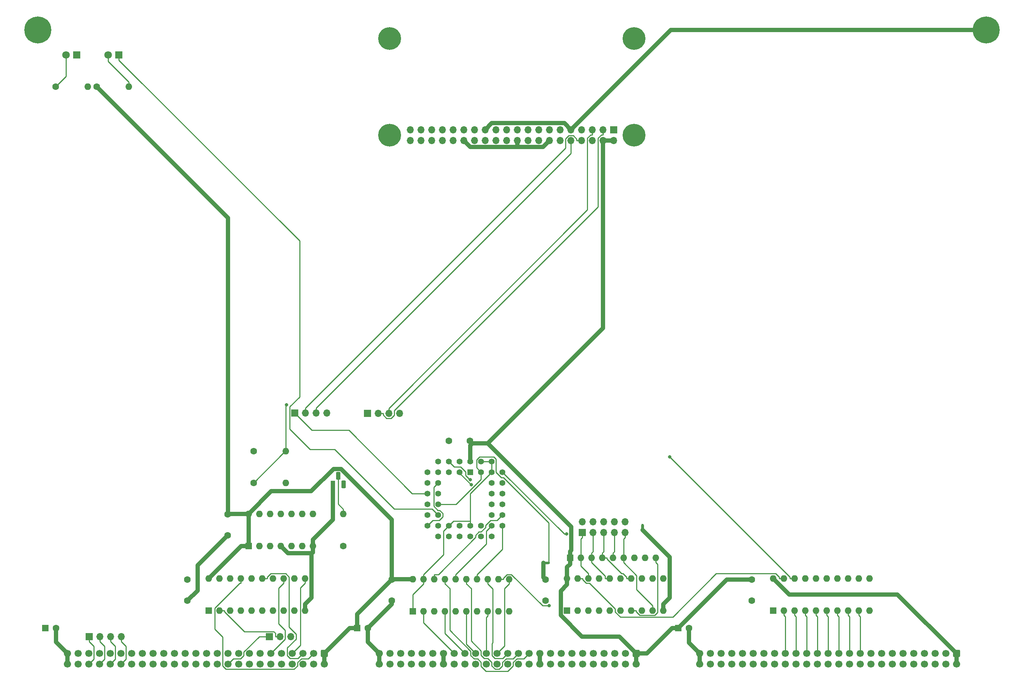
<source format=gbr>
%TF.GenerationSoftware,KiCad,Pcbnew,(6.0.11)*%
%TF.CreationDate,2023-11-26T09:41:01-05:00*%
%TF.ProjectId,input-output.SelfHost,696e7075-742d-46f7-9574-7075742e5365,rev?*%
%TF.SameCoordinates,Original*%
%TF.FileFunction,Copper,L2,Bot*%
%TF.FilePolarity,Positive*%
%FSLAX46Y46*%
G04 Gerber Fmt 4.6, Leading zero omitted, Abs format (unit mm)*
G04 Created by KiCad (PCBNEW (6.0.11)) date 2023-11-26 09:41:01*
%MOMM*%
%LPD*%
G01*
G04 APERTURE LIST*
G04 Aperture macros list*
%AMRoundRect*
0 Rectangle with rounded corners*
0 $1 Rounding radius*
0 $2 $3 $4 $5 $6 $7 $8 $9 X,Y pos of 4 corners*
0 Add a 4 corners polygon primitive as box body*
4,1,4,$2,$3,$4,$5,$6,$7,$8,$9,$2,$3,0*
0 Add four circle primitives for the rounded corners*
1,1,$1+$1,$2,$3*
1,1,$1+$1,$4,$5*
1,1,$1+$1,$6,$7*
1,1,$1+$1,$8,$9*
0 Add four rect primitives between the rounded corners*
20,1,$1+$1,$2,$3,$4,$5,0*
20,1,$1+$1,$4,$5,$6,$7,0*
20,1,$1+$1,$6,$7,$8,$9,0*
20,1,$1+$1,$8,$9,$2,$3,0*%
G04 Aperture macros list end*
%TA.AperFunction,ComponentPad*%
%ADD10C,6.400000*%
%TD*%
%TA.AperFunction,ComponentPad*%
%ADD11RoundRect,0.250000X-0.600000X0.600000X-0.600000X-0.600000X0.600000X-0.600000X0.600000X0.600000X0*%
%TD*%
%TA.AperFunction,ComponentPad*%
%ADD12C,1.700000*%
%TD*%
%TA.AperFunction,ComponentPad*%
%ADD13R,1.700000X1.700000*%
%TD*%
%TA.AperFunction,ComponentPad*%
%ADD14O,1.700000X1.700000*%
%TD*%
%TA.AperFunction,ComponentPad*%
%ADD15C,5.400000*%
%TD*%
%TA.AperFunction,ComponentPad*%
%ADD16C,1.600000*%
%TD*%
%TA.AperFunction,ComponentPad*%
%ADD17O,1.600000X1.600000*%
%TD*%
%TA.AperFunction,ComponentPad*%
%ADD18R,1.600000X1.600000*%
%TD*%
%TA.AperFunction,ComponentPad*%
%ADD19R,1.800000X1.800000*%
%TD*%
%TA.AperFunction,ComponentPad*%
%ADD20C,1.800000*%
%TD*%
%TA.AperFunction,ComponentPad*%
%ADD21C,0.600000*%
%TD*%
%TA.AperFunction,ComponentPad*%
%ADD22R,1.422400X1.422400*%
%TD*%
%TA.AperFunction,ComponentPad*%
%ADD23C,1.422400*%
%TD*%
%TA.AperFunction,ComponentPad*%
%ADD24R,1.100000X1.800000*%
%TD*%
%TA.AperFunction,ComponentPad*%
%ADD25RoundRect,0.275000X-0.275000X-0.625000X0.275000X-0.625000X0.275000X0.625000X-0.275000X0.625000X0*%
%TD*%
%TA.AperFunction,ViaPad*%
%ADD26C,0.800000*%
%TD*%
%TA.AperFunction,Conductor*%
%ADD27C,0.250000*%
%TD*%
%TA.AperFunction,Conductor*%
%ADD28C,1.000000*%
%TD*%
G04 APERTURE END LIST*
%TO.C,NT1*%
G36*
X161200000Y-201800000D02*
G01*
X160000000Y-201800000D01*
X160000000Y-201200000D01*
X161200000Y-201200000D01*
X161200000Y-201800000D01*
G37*
%TO.C,NT2*%
G36*
X183800000Y-193700000D02*
G01*
X183200000Y-193700000D01*
X183200000Y-192500000D01*
X183800000Y-192500000D01*
X183800000Y-193700000D01*
G37*
%TD*%
D10*
%TO.P,H2,1,1*%
%TO.N,GND*%
X265000000Y-75000000D03*
%TD*%
%TO.P,H1,1,1*%
%TO.N,GND*%
X40000000Y-75000000D03*
%TD*%
D11*
%TO.P,P2,1,Pin_1*%
%TO.N,VCC*%
X182000000Y-223000000D03*
D12*
%TO.P,P2,2,Pin_2*%
X182000000Y-225540000D03*
%TO.P,P2,3,Pin_3*%
%TO.N,/bus/A15*%
X179460000Y-223000000D03*
%TO.P,P2,4,Pin_4*%
%TO.N,/bus/A31*%
X179460000Y-225540000D03*
%TO.P,P2,5,Pin_5*%
%TO.N,/bus/A14*%
X176920000Y-223000000D03*
%TO.P,P2,6,Pin_6*%
%TO.N,/bus/A30*%
X176920000Y-225540000D03*
%TO.P,P2,7,Pin_7*%
%TO.N,/bus/A13*%
X174380000Y-223000000D03*
%TO.P,P2,8,Pin_8*%
%TO.N,/bus/A29*%
X174380000Y-225540000D03*
%TO.P,P2,9,Pin_9*%
%TO.N,/bus/A12*%
X171840000Y-223000000D03*
%TO.P,P2,10,Pin_10*%
%TO.N,/bus/A28*%
X171840000Y-225540000D03*
%TO.P,P2,11,Pin_11*%
%TO.N,/bus/A11*%
X169300000Y-223000000D03*
%TO.P,P2,12,Pin_12*%
%TO.N,/bus/A27*%
X169300000Y-225540000D03*
%TO.P,P2,13,Pin_13*%
%TO.N,/bus/A10*%
X166760000Y-223000000D03*
%TO.P,P2,14,Pin_14*%
%TO.N,/bus/A26*%
X166760000Y-225540000D03*
%TO.P,P2,15,Pin_15*%
%TO.N,/bus/A9*%
X164220000Y-223000000D03*
%TO.P,P2,16,Pin_16*%
%TO.N,/bus/A25*%
X164220000Y-225540000D03*
%TO.P,P2,17,Pin_17*%
%TO.N,/bus/A8*%
X161680000Y-223000000D03*
%TO.P,P2,18,Pin_18*%
%TO.N,/bus/A24*%
X161680000Y-225540000D03*
%TO.P,P2,19,Pin_19*%
%TO.N,+12V*%
X159140000Y-223000000D03*
%TO.P,P2,20,Pin_20*%
X159140000Y-225540000D03*
%TO.P,P2,21,Pin_21*%
%TO.N,A7*%
X156600000Y-223000000D03*
%TO.P,P2,22,Pin_22*%
%TO.N,/bus/A23*%
X156600000Y-225540000D03*
%TO.P,P2,23,Pin_23*%
%TO.N,A6*%
X154060000Y-223000000D03*
%TO.P,P2,24,Pin_24*%
%TO.N,/bus/A22*%
X154060000Y-225540000D03*
%TO.P,P2,25,Pin_25*%
%TO.N,A5*%
X151520000Y-223000000D03*
%TO.P,P2,26,Pin_26*%
%TO.N,/bus/A21*%
X151520000Y-225540000D03*
%TO.P,P2,27,Pin_27*%
%TO.N,A4*%
X148980000Y-223000000D03*
%TO.P,P2,28,Pin_28*%
%TO.N,/bus/A20*%
X148980000Y-225540000D03*
%TO.P,P2,29,Pin_29*%
%TO.N,A3*%
X146440000Y-223000000D03*
%TO.P,P2,30,Pin_30*%
%TO.N,/bus/A19*%
X146440000Y-225540000D03*
%TO.P,P2,31,Pin_31*%
%TO.N,A2*%
X143900000Y-223000000D03*
%TO.P,P2,32,Pin_32*%
%TO.N,/bus/A18*%
X143900000Y-225540000D03*
%TO.P,P2,33,Pin_33*%
%TO.N,A1*%
X141360000Y-223000000D03*
%TO.P,P2,34,Pin_34*%
%TO.N,/bus/A17*%
X141360000Y-225540000D03*
%TO.P,P2,35,Pin_35*%
%TO.N,A0*%
X138820000Y-223000000D03*
%TO.P,P2,36,Pin_36*%
%TO.N,/bus/A16*%
X138820000Y-225540000D03*
%TO.P,P2,37,Pin_37*%
%TO.N,-12V*%
X136280000Y-223000000D03*
%TO.P,P2,38,Pin_38*%
X136280000Y-225540000D03*
%TO.P,P2,39,Pin_39*%
%TO.N,/bus/IC3*%
X133740000Y-223000000D03*
%TO.P,P2,40,Pin_40*%
%TO.N,/bus/~{TEND1}*%
X133740000Y-225540000D03*
%TO.P,P2,41,Pin_41*%
%TO.N,/bus/IC2*%
X131200000Y-223000000D03*
%TO.P,P2,42,Pin_42*%
%TO.N,/bus/~{DREQ1}*%
X131200000Y-225540000D03*
%TO.P,P2,43,Pin_43*%
%TO.N,/bus/IC1*%
X128660000Y-223000000D03*
%TO.P,P2,44,Pin_44*%
%TO.N,/bus/~{TEND0}*%
X128660000Y-225540000D03*
%TO.P,P2,45,Pin_45*%
%TO.N,/bus/IC0*%
X126120000Y-223000000D03*
%TO.P,P2,46,Pin_46*%
%TO.N,/bus/~{DREQ0}*%
X126120000Y-225540000D03*
%TO.P,P2,47,Pin_47*%
%TO.N,/bus/AUXCLK1*%
X123580000Y-223000000D03*
%TO.P,P2,48,Pin_48*%
%TO.N,/bus/AUXCLK0*%
X123580000Y-225540000D03*
%TO.P,P2,49,Pin_49*%
%TO.N,GND*%
X121040000Y-223000000D03*
%TO.P,P2,50,Pin_50*%
X121040000Y-225540000D03*
%TD*%
D11*
%TO.P,P3,1,Pin_1*%
%TO.N,VCC*%
X258000000Y-223000000D03*
D12*
%TO.P,P3,2,Pin_2*%
X258000000Y-225540000D03*
%TO.P,P3,3,Pin_3*%
%TO.N,/bus/D15*%
X255460000Y-223000000D03*
%TO.P,P3,4,Pin_4*%
%TO.N,/bus/D31*%
X255460000Y-225540000D03*
%TO.P,P3,5,Pin_5*%
%TO.N,/bus/D14*%
X252920000Y-223000000D03*
%TO.P,P3,6,Pin_6*%
%TO.N,/bus/D30*%
X252920000Y-225540000D03*
%TO.P,P3,7,Pin_7*%
%TO.N,/bus/D13*%
X250380000Y-223000000D03*
%TO.P,P3,8,Pin_8*%
%TO.N,/bus/D29*%
X250380000Y-225540000D03*
%TO.P,P3,9,Pin_9*%
%TO.N,/bus/D12*%
X247840000Y-223000000D03*
%TO.P,P3,10,Pin_10*%
%TO.N,/bus/D28*%
X247840000Y-225540000D03*
%TO.P,P3,11,Pin_11*%
%TO.N,/bus/D11*%
X245300000Y-223000000D03*
%TO.P,P3,12,Pin_12*%
%TO.N,/bus/D27*%
X245300000Y-225540000D03*
%TO.P,P3,13,Pin_13*%
%TO.N,/bus/D10*%
X242760000Y-223000000D03*
%TO.P,P3,14,Pin_14*%
%TO.N,/bus/D26*%
X242760000Y-225540000D03*
%TO.P,P3,15,Pin_15*%
%TO.N,/bus/D9*%
X240220000Y-223000000D03*
%TO.P,P3,16,Pin_16*%
%TO.N,/bus/D25*%
X240220000Y-225540000D03*
%TO.P,P3,17,Pin_17*%
%TO.N,/bus/D8*%
X237680000Y-223000000D03*
%TO.P,P3,18,Pin_18*%
%TO.N,/bus/D24*%
X237680000Y-225540000D03*
%TO.P,P3,19,Pin_19*%
%TO.N,D7*%
X235140000Y-223000000D03*
%TO.P,P3,20,Pin_20*%
%TO.N,/bus/D23*%
X235140000Y-225540000D03*
%TO.P,P3,21,Pin_21*%
%TO.N,D6*%
X232600000Y-223000000D03*
%TO.P,P3,22,Pin_22*%
%TO.N,/bus/D22*%
X232600000Y-225540000D03*
%TO.P,P3,23,Pin_23*%
%TO.N,D5*%
X230060000Y-223000000D03*
%TO.P,P3,24,Pin_24*%
%TO.N,/bus/D21*%
X230060000Y-225540000D03*
%TO.P,P3,25,Pin_25*%
%TO.N,D4*%
X227520000Y-223000000D03*
%TO.P,P3,26,Pin_26*%
%TO.N,/bus/D20*%
X227520000Y-225540000D03*
%TO.P,P3,27,Pin_27*%
%TO.N,D3*%
X224980000Y-223000000D03*
%TO.P,P3,28,Pin_28*%
%TO.N,/bus/D19*%
X224980000Y-225540000D03*
%TO.P,P3,29,Pin_29*%
%TO.N,D2*%
X222440000Y-223000000D03*
%TO.P,P3,30,Pin_30*%
%TO.N,/bus/D18*%
X222440000Y-225540000D03*
%TO.P,P3,31,Pin_31*%
%TO.N,D1*%
X219900000Y-223000000D03*
%TO.P,P3,32,Pin_32*%
%TO.N,/bus/D17*%
X219900000Y-225540000D03*
%TO.P,P3,33,Pin_33*%
%TO.N,D0*%
X217360000Y-223000000D03*
%TO.P,P3,34,Pin_34*%
%TO.N,/bus/D16*%
X217360000Y-225540000D03*
%TO.P,P3,35,Pin_35*%
%TO.N,/bus/~{BUSERR}*%
X214820000Y-223000000D03*
%TO.P,P3,36,Pin_36*%
%TO.N,/bus/UDS*%
X214820000Y-225540000D03*
%TO.P,P3,37,Pin_37*%
%TO.N,/bus/~{VPA}*%
X212280000Y-223000000D03*
%TO.P,P3,38,Pin_38*%
%TO.N,/bus/LDS*%
X212280000Y-225540000D03*
%TO.P,P3,39,Pin_39*%
%TO.N,/bus/~{VMA}*%
X209740000Y-223000000D03*
%TO.P,P3,40,Pin_40*%
%TO.N,/bus/S2*%
X209740000Y-225540000D03*
%TO.P,P3,41,Pin_41*%
%TO.N,/bus/~{BHE}*%
X207200000Y-223000000D03*
%TO.P,P3,42,Pin_42*%
%TO.N,/bus/S1*%
X207200000Y-225540000D03*
%TO.P,P3,43,Pin_43*%
%TO.N,/bus/IPL2*%
X204660000Y-223000000D03*
%TO.P,P3,44,Pin_44*%
%TO.N,/bus/S0*%
X204660000Y-225540000D03*
%TO.P,P3,45,Pin_45*%
%TO.N,/bus/IPL1*%
X202120000Y-223000000D03*
%TO.P,P3,46,Pin_46*%
%TO.N,/bus/AUXCLK3*%
X202120000Y-225540000D03*
%TO.P,P3,47,Pin_47*%
%TO.N,/bus/IPL0*%
X199580000Y-223000000D03*
%TO.P,P3,48,Pin_48*%
%TO.N,/bus/AUXCLK2*%
X199580000Y-225540000D03*
%TO.P,P3,49,Pin_49*%
%TO.N,GND*%
X197040000Y-223000000D03*
%TO.P,P3,50,Pin_50*%
X197040000Y-225540000D03*
%TD*%
D11*
%TO.P,P1,1,Pin_1*%
%TO.N,VCC*%
X108000000Y-223000000D03*
D12*
%TO.P,P1,2,Pin_2*%
X108000000Y-225540000D03*
%TO.P,P1,3,Pin_3*%
%TO.N,~{RD}*%
X105460000Y-223000000D03*
%TO.P,P1,4,Pin_4*%
%TO.N,/bus/E*%
X105460000Y-225540000D03*
%TO.P,P1,5,Pin_5*%
%TO.N,~{WR}*%
X102920000Y-223000000D03*
%TO.P,P1,6,Pin_6*%
%TO.N,/bus/ST*%
X102920000Y-225540000D03*
%TO.P,P1,7,Pin_7*%
%TO.N,~{IORQ}*%
X100380000Y-223000000D03*
%TO.P,P1,8,Pin_8*%
%TO.N,/bus/PHI*%
X100380000Y-225540000D03*
%TO.P,P1,9,Pin_9*%
%TO.N,/bus/~{MREQ}*%
X97840000Y-223000000D03*
%TO.P,P1,10,Pin_10*%
%TO.N,/bus/~{INT2}*%
X97840000Y-225540000D03*
%TO.P,P1,11,Pin_11*%
%TO.N,~{M1}*%
X95300000Y-223000000D03*
%TO.P,P1,12,Pin_12*%
%TO.N,/bus/~{INT1}*%
X95300000Y-225540000D03*
%TO.P,P1,13,Pin_13*%
%TO.N,/bus/~{BUSACK}*%
X92760000Y-223000000D03*
%TO.P,P1,14,Pin_14*%
%TO.N,/bus/CRUCLK*%
X92760000Y-225540000D03*
%TO.P,P1,15,Pin_15*%
%TO.N,/bus/CLK*%
X90220000Y-223000000D03*
%TO.P,P1,16,Pin_16*%
%TO.N,/bus/CRUOUT*%
X90220000Y-225540000D03*
%TO.P,P1,17,Pin_17*%
%TO.N,/bus/~{INT0}*%
X87680000Y-223000000D03*
%TO.P,P1,18,Pin_18*%
%TO.N,/bus/CRUIN*%
X87680000Y-225540000D03*
%TO.P,P1,19,Pin_19*%
%TO.N,/bus/~{NMI}*%
X85140000Y-223000000D03*
%TO.P,P1,20,Pin_20*%
%TO.N,~{RES_IN}*%
X85140000Y-225540000D03*
%TO.P,P1,21,Pin_21*%
%TO.N,~{RES_OUT}*%
X82600000Y-223000000D03*
%TO.P,P1,22,Pin_22*%
%TO.N,/bus/USER8*%
X82600000Y-225540000D03*
%TO.P,P1,23,Pin_23*%
%TO.N,/bus/~{BUSRQ}*%
X80060000Y-223000000D03*
%TO.P,P1,24,Pin_24*%
%TO.N,/bus/USER7*%
X80060000Y-225540000D03*
%TO.P,P1,25,Pin_25*%
%TO.N,/bus/~{WAIT}*%
X77520000Y-223000000D03*
%TO.P,P1,26,Pin_26*%
%TO.N,/bus/USER6*%
X77520000Y-225540000D03*
%TO.P,P1,27,Pin_27*%
%TO.N,/bus/~{HALT}*%
X74980000Y-223000000D03*
%TO.P,P1,28,Pin_28*%
%TO.N,/bus/USER5*%
X74980000Y-225540000D03*
%TO.P,P1,29,Pin_29*%
%TO.N,/bus/~{RFSH}*%
X72440000Y-223000000D03*
%TO.P,P1,30,Pin_30*%
%TO.N,/bus/USER4*%
X72440000Y-225540000D03*
%TO.P,P1,31,Pin_31*%
%TO.N,/bus/~{EIRQ7}*%
X69900000Y-223000000D03*
%TO.P,P1,32,Pin_32*%
%TO.N,/bus/USER3*%
X69900000Y-225540000D03*
%TO.P,P1,33,Pin_33*%
%TO.N,/bus/~{EIRQ6}*%
X67360000Y-223000000D03*
%TO.P,P1,34,Pin_34*%
%TO.N,/bus/USER2*%
X67360000Y-225540000D03*
%TO.P,P1,35,Pin_35*%
%TO.N,/bus/~{EIRQ5}*%
X64820000Y-223000000D03*
%TO.P,P1,36,Pin_36*%
%TO.N,/bus/USER1*%
X64820000Y-225540000D03*
%TO.P,P1,37,Pin_37*%
%TO.N,/bus/~{EIRQ4}*%
X62280000Y-223000000D03*
%TO.P,P1,38,Pin_38*%
%TO.N,/bus/USER0*%
X62280000Y-225540000D03*
%TO.P,P1,39,Pin_39*%
%TO.N,/bus/~{EIRQ3}*%
X59740000Y-223000000D03*
%TO.P,P1,40,Pin_40*%
%TO.N,~{BAI}*%
X59740000Y-225540000D03*
%TO.P,P1,41,Pin_41*%
%TO.N,/bus/~{EIRQ2}*%
X57200000Y-223000000D03*
%TO.P,P1,42,Pin_42*%
%TO.N,~{BAO}*%
X57200000Y-225540000D03*
%TO.P,P1,43,Pin_43*%
%TO.N,/bus/~{EIRQ1}*%
X54660000Y-223000000D03*
%TO.P,P1,44,Pin_44*%
%TO.N,~{IEI}*%
X54660000Y-225540000D03*
%TO.P,P1,45,Pin_45*%
%TO.N,/bus/~{EIRQ0}*%
X52120000Y-223000000D03*
%TO.P,P1,46,Pin_46*%
%TO.N,~{IEO}*%
X52120000Y-225540000D03*
%TO.P,P1,47,Pin_47*%
%TO.N,I2C_SCL*%
X49580000Y-223000000D03*
%TO.P,P1,48,Pin_48*%
%TO.N,I2C_SDA*%
X49580000Y-225540000D03*
%TO.P,P1,49,Pin_49*%
%TO.N,GND*%
X47040000Y-223000000D03*
%TO.P,P1,50,Pin_50*%
X47040000Y-225540000D03*
%TD*%
D13*
%TO.P,J1,1,Pin_1*%
%TO.N,unconnected-(J1-Pad1)*%
X176650000Y-98700000D03*
D14*
%TO.P,J1,2,Pin_2*%
%TO.N,VCC*%
X176650000Y-101240000D03*
%TO.P,J1,3,Pin_3*%
%TO.N,Net-(J1-Pad3)*%
X174110000Y-98700000D03*
%TO.P,J1,4,Pin_4*%
%TO.N,VCC*%
X174110000Y-101240000D03*
%TO.P,J1,5,Pin_5*%
%TO.N,Net-(J1-Pad5)*%
X171570000Y-98700000D03*
%TO.P,J1,6,Pin_6*%
%TO.N,GND*%
X171570000Y-101240000D03*
%TO.P,J1,7,Pin_7*%
%TO.N,unconnected-(J1-Pad7)*%
X169030000Y-98700000D03*
%TO.P,J1,8,Pin_8*%
%TO.N,Net-(J1-Pad8)*%
X169030000Y-101240000D03*
%TO.P,J1,9,Pin_9*%
%TO.N,GND*%
X166490000Y-98700000D03*
%TO.P,J1,10,Pin_10*%
%TO.N,Net-(J1-Pad10)*%
X166490000Y-101240000D03*
%TO.P,J1,11,Pin_11*%
%TO.N,unconnected-(J1-Pad11)*%
X163950000Y-98700000D03*
%TO.P,J1,12,Pin_12*%
%TO.N,unconnected-(J1-Pad12)*%
X163950000Y-101240000D03*
%TO.P,J1,13,Pin_13*%
%TO.N,unconnected-(J1-Pad13)*%
X161410000Y-98700000D03*
%TO.P,J1,14,Pin_14*%
%TO.N,GND*%
X161410000Y-101240000D03*
%TO.P,J1,15,Pin_15*%
%TO.N,unconnected-(J1-Pad15)*%
X158870000Y-98700000D03*
%TO.P,J1,16,Pin_16*%
%TO.N,unconnected-(J1-Pad16)*%
X158870000Y-101240000D03*
%TO.P,J1,17,Pin_17*%
%TO.N,unconnected-(J1-Pad17)*%
X156330000Y-98700000D03*
%TO.P,J1,18,Pin_18*%
%TO.N,unconnected-(J1-Pad18)*%
X156330000Y-101240000D03*
%TO.P,J1,19,Pin_19*%
%TO.N,unconnected-(J1-Pad19)*%
X153790000Y-98700000D03*
%TO.P,J1,20,Pin_20*%
%TO.N,GND*%
X153790000Y-101240000D03*
%TO.P,J1,21,Pin_21*%
%TO.N,unconnected-(J1-Pad21)*%
X151250000Y-98700000D03*
%TO.P,J1,22,Pin_22*%
%TO.N,unconnected-(J1-Pad22)*%
X151250000Y-101240000D03*
%TO.P,J1,23,Pin_23*%
%TO.N,unconnected-(J1-Pad23)*%
X148710000Y-98700000D03*
%TO.P,J1,24,Pin_24*%
%TO.N,unconnected-(J1-Pad24)*%
X148710000Y-101240000D03*
%TO.P,J1,25,Pin_25*%
%TO.N,GND*%
X146170000Y-98700000D03*
%TO.P,J1,26,Pin_26*%
%TO.N,unconnected-(J1-Pad26)*%
X146170000Y-101240000D03*
%TO.P,J1,27,Pin_27*%
%TO.N,unconnected-(J1-Pad27)*%
X143630000Y-98700000D03*
%TO.P,J1,28,Pin_28*%
%TO.N,unconnected-(J1-Pad28)*%
X143630000Y-101240000D03*
%TO.P,J1,29,Pin_29*%
%TO.N,unconnected-(J1-Pad29)*%
X141090000Y-98700000D03*
%TO.P,J1,30,Pin_30*%
%TO.N,GND*%
X141090000Y-101240000D03*
%TO.P,J1,31,Pin_31*%
%TO.N,unconnected-(J1-Pad31)*%
X138550000Y-98700000D03*
%TO.P,J1,32,Pin_32*%
%TO.N,unconnected-(J1-Pad32)*%
X138550000Y-101240000D03*
%TO.P,J1,33,Pin_33*%
%TO.N,unconnected-(J1-Pad33)*%
X136010000Y-98700000D03*
%TO.P,J1,34,Pin_34*%
%TO.N,GND*%
X136010000Y-101240000D03*
%TO.P,J1,35,Pin_35*%
%TO.N,unconnected-(J1-Pad35)*%
X133470000Y-98700000D03*
%TO.P,J1,36,Pin_36*%
%TO.N,unconnected-(J1-Pad36)*%
X133470000Y-101240000D03*
%TO.P,J1,37,Pin_37*%
%TO.N,unconnected-(J1-Pad37)*%
X130930000Y-98700000D03*
%TO.P,J1,38,Pin_38*%
%TO.N,unconnected-(J1-Pad38)*%
X130930000Y-101240000D03*
%TO.P,J1,39,Pin_39*%
%TO.N,GND*%
X128390000Y-98700000D03*
%TO.P,J1,40,Pin_40*%
%TO.N,unconnected-(J1-Pad40)*%
X128390000Y-101240000D03*
D15*
%TO.P,J1,41,MH*%
%TO.N,unconnected-(J1-Pad41)*%
X181500000Y-100000000D03*
%TO.P,J1,42,MH*%
%TO.N,unconnected-(J1-Pad42)*%
X123500000Y-100000000D03*
%TO.P,J1,43,MH*%
%TO.N,unconnected-(J1-Pad43)*%
X181500000Y-77000000D03*
%TO.P,J1,44,MH*%
%TO.N,unconnected-(J1-Pad44)*%
X123500000Y-77000000D03*
%TD*%
D16*
%TO.P,R2,1*%
%TO.N,/UART/TX*%
X91190000Y-175000000D03*
D17*
%TO.P,R2,2*%
%TO.N,TX-3.3*%
X98810000Y-175000000D03*
%TD*%
D18*
%TO.P,C22,1*%
%TO.N,VCC*%
X115794900Y-217000000D03*
D16*
%TO.P,C22,2*%
%TO.N,GND*%
X118294900Y-217000000D03*
%TD*%
%TO.P,C10,1*%
%TO.N,VCC*%
X142500000Y-172500000D03*
%TO.P,C10,2*%
%TO.N,GND*%
X137500000Y-172500000D03*
%TD*%
D13*
%TO.P,J2,1,Pin_1*%
%TO.N,I2C_SDA*%
X118200000Y-166000000D03*
D14*
%TO.P,J2,2,Pin_2*%
%TO.N,Net-(J1-Pad3)*%
X120740000Y-166000000D03*
%TO.P,J2,3,Pin_3*%
%TO.N,Net-(J1-Pad5)*%
X123280000Y-166000000D03*
%TO.P,J2,4,Pin_4*%
%TO.N,I2C_SCL*%
X125820000Y-166000000D03*
%TD*%
D19*
%TO.P,D1,1,K*%
%TO.N,GND*%
X49250000Y-80950000D03*
D20*
%TO.P,D1,2,A*%
%TO.N,Net-(D1-Pad2)*%
X46710000Y-80950000D03*
%TD*%
D16*
%TO.P,C14,1*%
%TO.N,VCC*%
X160500000Y-205500000D03*
%TO.P,C14,2*%
%TO.N,GND*%
X160500000Y-210500000D03*
%TD*%
D18*
%TO.P,C20,1*%
%TO.N,VCC*%
X192000000Y-217000000D03*
D16*
%TO.P,C20,2*%
%TO.N,GND*%
X194500000Y-217000000D03*
%TD*%
D18*
%TO.P,U21,1,G*%
%TO.N,~{bIORQ}*%
X165575000Y-212800000D03*
D17*
%TO.P,U21,2,P0*%
%TO.N,~{bM1}*%
X168115000Y-212800000D03*
%TO.P,U21,3,R0*%
%TO.N,Net-(RN1-Pad9)*%
X170655000Y-212800000D03*
%TO.P,U21,4,P1*%
X173195000Y-212800000D03*
%TO.P,U21,5,R1*%
X175735000Y-212800000D03*
%TO.P,U21,6,P2*%
X178275000Y-212800000D03*
%TO.P,U21,7,R2*%
X180815000Y-212800000D03*
%TO.P,U21,8,P3*%
%TO.N,bA3*%
X183355000Y-212800000D03*
%TO.P,U21,9,R3*%
%TO.N,Net-(RN1-Pad6)*%
X185895000Y-212800000D03*
%TO.P,U21,10,GND*%
%TO.N,GND*%
X188435000Y-212800000D03*
%TO.P,U21,11,P4*%
%TO.N,bA4*%
X188435000Y-205180000D03*
%TO.P,U21,12,R4*%
%TO.N,Net-(RN1-Pad5)*%
X185895000Y-205180000D03*
%TO.P,U21,13,P5*%
%TO.N,bA5*%
X183355000Y-205180000D03*
%TO.P,U21,14,R5*%
%TO.N,Net-(RN1-Pad4)*%
X180815000Y-205180000D03*
%TO.P,U21,15,P6*%
%TO.N,bA6*%
X178275000Y-205180000D03*
%TO.P,U21,16,R6*%
%TO.N,Net-(RN1-Pad3)*%
X175735000Y-205180000D03*
%TO.P,U21,17,P7*%
%TO.N,bA7*%
X173195000Y-205180000D03*
%TO.P,U21,18,R7*%
%TO.N,Net-(RN1-Pad2)*%
X170655000Y-205180000D03*
%TO.P,U21,19,P=R*%
%TO.N,~{CS-UART}*%
X168115000Y-205180000D03*
%TO.P,U21,20,VCC*%
%TO.N,VCC*%
X165575000Y-205180000D03*
%TD*%
D16*
%TO.P,C9,1*%
%TO.N,VCC*%
X85000000Y-190000000D03*
%TO.P,C9,2*%
%TO.N,GND*%
X85000000Y-195000000D03*
%TD*%
D13*
%TO.P,J9,1,Pin_1*%
%TO.N,~{RES_IN}*%
X94975000Y-219000000D03*
D14*
%TO.P,J9,2,Pin_2*%
%TO.N,Net-(J9-Pad2)*%
X97515000Y-219000000D03*
%TO.P,J9,3,Pin_3*%
%TO.N,~{RES_OUT}*%
X100055000Y-219000000D03*
%TD*%
D16*
%TO.P,R1,1*%
%TO.N,Net-(D1-Pad2)*%
X44190000Y-88500000D03*
D17*
%TO.P,R1,2*%
%TO.N,VCC*%
X51810000Y-88500000D03*
%TD*%
D18*
%TO.P,U14,1,A->B*%
%TO.N,~{RD}*%
X214500000Y-212800000D03*
D17*
%TO.P,U14,2,A0*%
%TO.N,D0*%
X217040000Y-212800000D03*
%TO.P,U14,3,A1*%
%TO.N,D1*%
X219580000Y-212800000D03*
%TO.P,U14,4,A2*%
%TO.N,D2*%
X222120000Y-212800000D03*
%TO.P,U14,5,A3*%
%TO.N,D3*%
X224660000Y-212800000D03*
%TO.P,U14,6,A4*%
%TO.N,D4*%
X227200000Y-212800000D03*
%TO.P,U14,7,A5*%
%TO.N,D5*%
X229740000Y-212800000D03*
%TO.P,U14,8,A6*%
%TO.N,D6*%
X232280000Y-212800000D03*
%TO.P,U14,9,A7*%
%TO.N,D7*%
X234820000Y-212800000D03*
%TO.P,U14,10,GND*%
%TO.N,GND*%
X237360000Y-212800000D03*
%TO.P,U14,11,B7*%
%TO.N,bD7*%
X237360000Y-205180000D03*
%TO.P,U14,12,B6*%
%TO.N,bD6*%
X234820000Y-205180000D03*
%TO.P,U14,13,B5*%
%TO.N,bD5*%
X232280000Y-205180000D03*
%TO.P,U14,14,B4*%
%TO.N,bD4*%
X229740000Y-205180000D03*
%TO.P,U14,15,B3*%
%TO.N,bD3*%
X227200000Y-205180000D03*
%TO.P,U14,16,B2*%
%TO.N,bD2*%
X224660000Y-205180000D03*
%TO.P,U14,17,B1*%
%TO.N,bD1*%
X222120000Y-205180000D03*
%TO.P,U14,18,B0*%
%TO.N,bD0*%
X219580000Y-205180000D03*
%TO.P,U14,19,CE*%
%TO.N,~{CS-UART}*%
X217040000Y-205180000D03*
%TO.P,U14,20,VCC*%
%TO.N,VCC*%
X214500000Y-205180000D03*
%TD*%
D16*
%TO.P,R4,1*%
%TO.N,~{bRESET}*%
X112500000Y-197500000D03*
D17*
%TO.P,R4,2*%
%TO.N,Net-(Q1-Pad2)*%
X112500000Y-189880000D03*
%TD*%
D18*
%TO.P,C21,1*%
%TO.N,VCC*%
X41794900Y-217000000D03*
D16*
%TO.P,C21,2*%
%TO.N,GND*%
X44294900Y-217000000D03*
%TD*%
%TO.P,R5,1*%
%TO.N,VCC*%
X54000000Y-88500000D03*
D17*
%TO.P,R5,2*%
%TO.N,Net-(D2-Pad2)*%
X61620000Y-88500000D03*
%TD*%
D16*
%TO.P,C12,1*%
%TO.N,VCC*%
X124000000Y-205500000D03*
%TO.P,C12,2*%
%TO.N,GND*%
X124000000Y-210500000D03*
%TD*%
D21*
%TO.P,NT1,1,1*%
%TO.N,VCC*%
X160000000Y-201500000D03*
%TO.P,NT1,2,2*%
%TO.N,ONE*%
X161200000Y-201500000D03*
%TD*%
D13*
%TO.P,P4,1,Pin_1*%
%TO.N,~{IEO}*%
X52200000Y-219000000D03*
D14*
%TO.P,P4,2,Pin_2*%
%TO.N,~{IEI}*%
X54740000Y-219000000D03*
%TO.P,P4,3,Pin_3*%
%TO.N,~{BAO}*%
X57280000Y-219000000D03*
%TO.P,P4,4,Pin_4*%
%TO.N,~{BAI}*%
X59820000Y-219000000D03*
%TD*%
D16*
%TO.P,R3,1*%
%TO.N,TX-3.3*%
X91190000Y-182500000D03*
D17*
%TO.P,R3,2*%
%TO.N,GND*%
X98810000Y-182500000D03*
%TD*%
D13*
%TO.P,SW1,1,Pin_1*%
%TO.N,Net-(RN1-Pad2)*%
X169200000Y-194275000D03*
D14*
%TO.P,SW1,2,Pin_2*%
%TO.N,ZERO*%
X169200000Y-191735000D03*
%TO.P,SW1,3,Pin_3*%
%TO.N,Net-(RN1-Pad3)*%
X171740000Y-194275000D03*
%TO.P,SW1,4,Pin_4*%
%TO.N,ZERO*%
X171740000Y-191735000D03*
%TO.P,SW1,5,Pin_5*%
%TO.N,Net-(RN1-Pad4)*%
X174280000Y-194275000D03*
%TO.P,SW1,6,Pin_6*%
%TO.N,ZERO*%
X174280000Y-191735000D03*
%TO.P,SW1,7,Pin_7*%
%TO.N,Net-(RN1-Pad5)*%
X176820000Y-194275000D03*
%TO.P,SW1,8,Pin_8*%
%TO.N,ZERO*%
X176820000Y-191735000D03*
%TO.P,SW1,9,Pin_9*%
%TO.N,Net-(RN1-Pad6)*%
X179360000Y-194275000D03*
%TO.P,SW1,10,Pin_10*%
%TO.N,ZERO*%
X179360000Y-191735000D03*
%TD*%
D16*
%TO.P,C17,1*%
%TO.N,VCC*%
X75500000Y-205500000D03*
%TO.P,C17,2*%
%TO.N,GND*%
X75500000Y-210500000D03*
%TD*%
D21*
%TO.P,NT2,1,1*%
%TO.N,GND*%
X183500000Y-193700000D03*
%TO.P,NT2,2,2*%
%TO.N,ZERO*%
X183500000Y-192500000D03*
%TD*%
D18*
%TO.P,U2,1,Pin_1*%
%TO.N,VCC*%
X90000000Y-197500000D03*
D17*
%TO.P,U2,2,Pin_2*%
%TO.N,unconnected-(U2-Pad2)*%
X92540000Y-197500000D03*
%TO.P,U2,3,Pin_3*%
%TO.N,unconnected-(U2-Pad3)*%
X95080000Y-197500000D03*
%TO.P,U2,4,Pin_4*%
%TO.N,GND*%
X97620000Y-197500000D03*
%TO.P,U2,5,Pin_5*%
%TO.N,unconnected-(U2-Pad5)*%
X100160000Y-197500000D03*
%TO.P,U2,6,Pin_6*%
%TO.N,unconnected-(U2-Pad6)*%
X102700000Y-197500000D03*
%TO.P,U2,7,Pin_7*%
%TO.N,GND*%
X105240000Y-197500000D03*
%TO.P,U2,8,Pin_8*%
%TO.N,UART-CLK*%
X105240000Y-189880000D03*
%TO.P,U2,9,Pin_9*%
%TO.N,unconnected-(U2-Pad9)*%
X102700000Y-189880000D03*
%TO.P,U2,10,Pin_10*%
%TO.N,unconnected-(U2-Pad10)*%
X100160000Y-189880000D03*
%TO.P,U2,11,Pin_11*%
%TO.N,UART-CLK*%
X97620000Y-189880000D03*
%TO.P,U2,12,Pin_12*%
%TO.N,unconnected-(U2-Pad12)*%
X95080000Y-189880000D03*
%TO.P,U2,13,Pin_13*%
%TO.N,unconnected-(U2-Pad13)*%
X92540000Y-189880000D03*
%TO.P,U2,14,Pin_14*%
%TO.N,VCC*%
X90000000Y-189880000D03*
%TD*%
D18*
%TO.P,U13,1,OEa*%
%TO.N,ZERO*%
X129000000Y-213000000D03*
D17*
%TO.P,U13,2,I0a*%
%TO.N,A0*%
X131540000Y-213000000D03*
%TO.P,U13,3,O3b*%
%TO.N,bA7*%
X134080000Y-213000000D03*
%TO.P,U13,4,I1a*%
%TO.N,A1*%
X136620000Y-213000000D03*
%TO.P,U13,5,O2b*%
%TO.N,bA6*%
X139160000Y-213000000D03*
%TO.P,U13,6,I2a*%
%TO.N,A2*%
X141700000Y-213000000D03*
%TO.P,U13,7,O1b*%
%TO.N,bA5*%
X144240000Y-213000000D03*
%TO.P,U13,8,I3a*%
%TO.N,A3*%
X146780000Y-213000000D03*
%TO.P,U13,9,O0b*%
%TO.N,bA4*%
X149320000Y-213000000D03*
%TO.P,U13,10,GND*%
%TO.N,GND*%
X151860000Y-213000000D03*
%TO.P,U13,11,I0b*%
%TO.N,A4*%
X151860000Y-205380000D03*
%TO.P,U13,12,O3a*%
%TO.N,bA3*%
X149320000Y-205380000D03*
%TO.P,U13,13,I1b*%
%TO.N,A5*%
X146780000Y-205380000D03*
%TO.P,U13,14,O2a*%
%TO.N,bA2*%
X144240000Y-205380000D03*
%TO.P,U13,15,I2b*%
%TO.N,A6*%
X141700000Y-205380000D03*
%TO.P,U13,16,O1a*%
%TO.N,bA1*%
X139160000Y-205380000D03*
%TO.P,U13,17,I3b*%
%TO.N,A7*%
X136620000Y-205380000D03*
%TO.P,U13,18,O0a*%
%TO.N,bA0*%
X134080000Y-205380000D03*
%TO.P,U13,19,OEb*%
%TO.N,ZERO*%
X131540000Y-205380000D03*
%TO.P,U13,20,VCC*%
%TO.N,VCC*%
X129000000Y-205380000D03*
%TD*%
D13*
%TO.P,J3,1,Pin_1*%
%TO.N,RX-3.3*%
X100920000Y-165930000D03*
D14*
%TO.P,J3,2,Pin_2*%
%TO.N,Net-(J1-Pad8)*%
X103460000Y-165930000D03*
%TO.P,J3,3,Pin_3*%
%TO.N,Net-(J1-Pad10)*%
X106000000Y-165930000D03*
%TO.P,J3,4,Pin_4*%
%TO.N,TX-3.3*%
X108540000Y-165930000D03*
%TD*%
D18*
%TO.P,U15,1,OEa*%
%TO.N,ZERO*%
X80575000Y-212800000D03*
D17*
%TO.P,U15,2,I0a*%
%TO.N,Net-(J9-Pad2)*%
X83115000Y-212800000D03*
%TO.P,U15,3,O3b*%
%TO.N,~{bRD}*%
X85655000Y-212800000D03*
%TO.P,U15,4,I1a*%
%TO.N,unconnected-(U15-Pad4)*%
X88195000Y-212800000D03*
%TO.P,U15,5,O2b*%
%TO.N,~{bWR}*%
X90735000Y-212800000D03*
%TO.P,U15,6,I2a*%
%TO.N,unconnected-(U15-Pad6)*%
X93275000Y-212800000D03*
%TO.P,U15,7,O1b*%
%TO.N,~{bM1}*%
X95815000Y-212800000D03*
%TO.P,U15,8,I3a*%
%TO.N,unconnected-(U15-Pad8)*%
X98355000Y-212800000D03*
%TO.P,U15,9,O0b*%
%TO.N,~{bIORQ}*%
X100895000Y-212800000D03*
%TO.P,U15,10,GND*%
%TO.N,GND*%
X103435000Y-212800000D03*
%TO.P,U15,11,I0b*%
%TO.N,~{IORQ}*%
X103435000Y-205180000D03*
%TO.P,U15,12,O3a*%
%TO.N,unconnected-(U15-Pad12)*%
X100895000Y-205180000D03*
%TO.P,U15,13,I1b*%
%TO.N,~{M1}*%
X98355000Y-205180000D03*
%TO.P,U15,14,O2a*%
%TO.N,unconnected-(U15-Pad14)*%
X95815000Y-205180000D03*
%TO.P,U15,15,I2b*%
%TO.N,~{WR}*%
X93275000Y-205180000D03*
%TO.P,U15,16,O1a*%
%TO.N,unconnected-(U15-Pad16)*%
X90735000Y-205180000D03*
%TO.P,U15,17,I3b*%
%TO.N,~{RD}*%
X88195000Y-205180000D03*
%TO.P,U15,18,O0a*%
%TO.N,~{bRESET}*%
X85655000Y-205180000D03*
%TO.P,U15,19,OEb*%
%TO.N,ZERO*%
X83115000Y-205180000D03*
%TO.P,U15,20,VCC*%
%TO.N,VCC*%
X80575000Y-205180000D03*
%TD*%
D16*
%TO.P,C5,1*%
%TO.N,VCC*%
X209425000Y-205500000D03*
%TO.P,C5,2*%
%TO.N,GND*%
X209425000Y-210500000D03*
%TD*%
D22*
%TO.P,U3,1,nc*%
%TO.N,unconnected-(U3-Pad1)*%
X142620000Y-179960000D03*
D23*
%TO.P,U3,2,D0*%
%TO.N,bD0*%
X140080000Y-177420000D03*
%TO.P,U3,3,D1*%
%TO.N,bD1*%
X140080000Y-179960000D03*
%TO.P,U3,4,D2*%
%TO.N,bD2*%
X137540000Y-177420000D03*
%TO.P,U3,5,D3*%
%TO.N,bD3*%
X137540000Y-179960000D03*
%TO.P,U3,6,D4*%
%TO.N,bD4*%
X135000000Y-177420000D03*
%TO.P,U3,7,D5*%
%TO.N,bD5*%
X132460000Y-179960000D03*
%TO.P,U3,8,D6*%
%TO.N,bD6*%
X135000000Y-179960000D03*
%TO.P,U3,9,D7*%
%TO.N,bD7*%
X132460000Y-182500000D03*
%TO.P,U3,10,RCLK*%
%TO.N,Net-(U3-Pad10)*%
X135000000Y-182500000D03*
%TO.P,U3,11,SIN*%
%TO.N,RX-3.3*%
X132460000Y-185040000D03*
%TO.P,U3,12,nc*%
%TO.N,unconnected-(U3-Pad12)*%
X135000000Y-185040000D03*
%TO.P,U3,13,SOUT*%
%TO.N,/UART/TX*%
X132460000Y-187580000D03*
%TO.P,U3,14,CS0*%
%TO.N,ONE*%
X135000000Y-187580000D03*
%TO.P,U3,15,CS1*%
X132460000Y-190120000D03*
%TO.P,U3,16,~{CS2}*%
%TO.N,~{CS-UART}*%
X135000000Y-190120000D03*
%TO.P,U3,17,~{BAUDOUT}*%
%TO.N,Net-(U3-Pad10)*%
X132460000Y-192660000D03*
%TO.P,U3,18,XIN*%
%TO.N,UART-CLK*%
X135000000Y-195200000D03*
%TO.P,U3,19,XOUT*%
%TO.N,unconnected-(U3-Pad19)*%
X135000000Y-192660000D03*
%TO.P,U3,20,~{WR}*%
%TO.N,~{bWR}*%
X137540000Y-195200000D03*
%TO.P,U3,21,WR*%
%TO.N,ZERO*%
X137540000Y-192660000D03*
%TO.P,U3,22,GND*%
%TO.N,GND*%
X140080000Y-195200000D03*
%TO.P,U3,23,nc*%
%TO.N,unconnected-(U3-Pad23)*%
X140080000Y-192660000D03*
%TO.P,U3,24,~{RD}*%
%TO.N,~{bRD}*%
X142620000Y-195200000D03*
%TO.P,U3,25,RD*%
%TO.N,ZERO*%
X142620000Y-192660000D03*
%TO.P,U3,26,DDIS*%
%TO.N,unconnected-(U3-Pad26)*%
X145160000Y-195200000D03*
%TO.P,U3,27,~{TXRDY}*%
%TO.N,unconnected-(U3-Pad27)*%
X145160000Y-192660000D03*
%TO.P,U3,28,~{ADS}*%
%TO.N,ZERO*%
X147700000Y-195200000D03*
%TO.P,U3,29,A2*%
%TO.N,bA2*%
X150240000Y-192660000D03*
%TO.P,U3,30,A1*%
%TO.N,bA1*%
X147700000Y-192660000D03*
%TO.P,U3,31,A0*%
%TO.N,bA0*%
X150240000Y-190120000D03*
%TO.P,U3,32,~{RXRDY}*%
%TO.N,unconnected-(U3-Pad32)*%
X147700000Y-190120000D03*
%TO.P,U3,33,INTR*%
%TO.N,unconnected-(U3-Pad33)*%
X150240000Y-187580000D03*
%TO.P,U3,34,nc*%
%TO.N,unconnected-(U3-Pad34)*%
X147700000Y-187580000D03*
%TO.P,U3,35,~{OUT2}*%
%TO.N,unconnected-(U3-Pad35)*%
X150240000Y-185040000D03*
%TO.P,U3,36,~{RTS}*%
%TO.N,unconnected-(U3-Pad36)*%
X147700000Y-185040000D03*
%TO.P,U3,37,~{DTR}*%
%TO.N,unconnected-(U3-Pad37)*%
X150240000Y-182500000D03*
%TO.P,U3,38,~{OUT1}*%
%TO.N,unconnected-(U3-Pad38)*%
X147700000Y-182500000D03*
%TO.P,U3,39,MR*%
%TO.N,RESET*%
X150240000Y-179960000D03*
%TO.P,U3,40,~{CTS}*%
%TO.N,ZERO*%
X147700000Y-177420000D03*
%TO.P,U3,41,~{DSR}*%
X147700000Y-179960000D03*
%TO.P,U3,42,~{DCD}*%
X145160000Y-177420000D03*
%TO.P,U3,43,~{RI}*%
%TO.N,ONE*%
X145160000Y-179960000D03*
%TO.P,U3,44,VCC*%
%TO.N,VCC*%
X142620000Y-177420000D03*
%TD*%
D18*
%TO.P,RN1,1,common*%
%TO.N,VCC*%
X166295000Y-200305000D03*
D17*
%TO.P,RN1,2,R1*%
%TO.N,Net-(RN1-Pad2)*%
X168835000Y-200305000D03*
%TO.P,RN1,3,R2*%
%TO.N,Net-(RN1-Pad3)*%
X171375000Y-200305000D03*
%TO.P,RN1,4,R3*%
%TO.N,Net-(RN1-Pad4)*%
X173915000Y-200305000D03*
%TO.P,RN1,5,R4*%
%TO.N,Net-(RN1-Pad5)*%
X176455000Y-200305000D03*
%TO.P,RN1,6,R5*%
%TO.N,Net-(RN1-Pad6)*%
X178995000Y-200305000D03*
%TO.P,RN1,7,R6*%
%TO.N,unconnected-(RN1-Pad7)*%
X181535000Y-200305000D03*
%TO.P,RN1,8,R7*%
%TO.N,RESET*%
X184075000Y-200305000D03*
%TO.P,RN1,9,R8*%
%TO.N,Net-(RN1-Pad9)*%
X186615000Y-200305000D03*
%TD*%
D19*
%TO.P,D2,1,K*%
%TO.N,~{CS-UART}*%
X59250000Y-80950000D03*
D20*
%TO.P,D2,2,A*%
%TO.N,Net-(D2-Pad2)*%
X56710000Y-80950000D03*
%TD*%
D24*
%TO.P,Q1,1,E*%
%TO.N,GND*%
X110000000Y-182900000D03*
D25*
%TO.P,Q1,2,B*%
%TO.N,Net-(Q1-Pad2)*%
X111270000Y-180830000D03*
%TO.P,Q1,3,C*%
%TO.N,RESET*%
X112540000Y-182900000D03*
%TD*%
D26*
%TO.N,TX-3.3*%
X99000000Y-164000000D03*
%TO.N,bD2*%
X142600300Y-181731500D03*
%TO.N,bD1*%
X142826800Y-182984200D03*
%TO.N,bD0*%
X189932300Y-176376300D03*
%TO.N,bA3*%
X161336100Y-211674700D03*
%TO.N,RESET*%
X165498000Y-194636400D03*
%TD*%
D27*
%TO.N,TX-3.3*%
X98810000Y-164190000D02*
X99000000Y-164000000D01*
X98810000Y-175000000D02*
X98810000Y-164190000D01*
%TO.N,RX-3.3*%
X113785300Y-170000000D02*
X128825300Y-185040000D01*
X128825300Y-185040000D02*
X132460000Y-185040000D01*
X104990000Y-170000000D02*
X113785300Y-170000000D01*
X100920000Y-165930000D02*
X104990000Y-170000000D01*
%TO.N,~{CS-UART}*%
X133570600Y-188690600D02*
X135000000Y-190120000D01*
X124547500Y-188690600D02*
X133570600Y-188690600D01*
X104571550Y-174571550D02*
X110428450Y-174571550D01*
X99745000Y-169745000D02*
X104571550Y-174571550D01*
X99745000Y-164445800D02*
X99745000Y-169745000D01*
X102095400Y-162095400D02*
X99745000Y-164445800D01*
X110428450Y-174571550D02*
X124547500Y-188690600D01*
X102095400Y-125020700D02*
X102095400Y-162095400D01*
X59250000Y-82175300D02*
X102095400Y-125020700D01*
X59250000Y-80950000D02*
X59250000Y-82175300D01*
D28*
%TO.N,GND*%
X97620000Y-197500000D02*
X99367300Y-199247300D01*
X146170000Y-98700000D02*
X147726700Y-97143300D01*
X188435000Y-212800000D02*
X188435000Y-211299700D01*
X105240000Y-199000300D02*
X105205000Y-199000300D01*
X105240000Y-197500000D02*
X105240000Y-195999700D01*
X164933300Y-97143300D02*
X166490000Y-98700000D01*
X147726700Y-97143300D02*
X164933300Y-97143300D01*
X189936500Y-209798200D02*
X189936500Y-200136500D01*
X142640300Y-102790300D02*
X141090000Y-101240000D01*
X110000000Y-182500000D02*
X110000000Y-191239700D01*
X105240000Y-197500000D02*
X105240000Y-199000300D01*
X159859700Y-102790300D02*
X153790000Y-102790300D01*
X99367300Y-199247300D02*
X104958000Y-199247300D01*
X44294900Y-217000000D02*
X44294900Y-220254900D01*
X118294900Y-217000000D02*
X124000000Y-211294900D01*
X194500000Y-217000000D02*
X194500000Y-220460000D01*
X190190000Y-75000000D02*
X265000000Y-75000000D01*
X47040000Y-225540000D02*
X47040000Y-223000000D01*
X153790000Y-102790300D02*
X142640300Y-102790300D01*
X161410000Y-101240000D02*
X159859700Y-102790300D01*
X75500000Y-210500000D02*
X77877600Y-208122400D01*
X118294900Y-217000000D02*
X118294900Y-220254900D01*
X105205000Y-199000300D02*
X104958000Y-199247300D01*
X194500000Y-220460000D02*
X197040000Y-223000000D01*
X188435000Y-211299700D02*
X189936500Y-209798200D01*
X153790000Y-101240000D02*
X153790000Y-102790300D01*
X77877600Y-208122400D02*
X77877600Y-202122400D01*
X110000000Y-191239700D02*
X105240000Y-195999700D01*
X121040000Y-225540000D02*
X121040000Y-223000000D01*
X166490000Y-98700000D02*
X190190000Y-75000000D01*
X103435000Y-212800000D02*
X103435000Y-211299700D01*
X44294900Y-220254900D02*
X47040000Y-223000000D01*
X189936500Y-200136500D02*
X183500000Y-193700000D01*
X77877600Y-202122400D02*
X85000000Y-195000000D01*
X118294900Y-220254900D02*
X121040000Y-223000000D01*
X104958000Y-209776700D02*
X103435000Y-211299700D01*
X104958000Y-199247300D02*
X104958000Y-209776700D01*
X124000000Y-211294900D02*
X124000000Y-210500000D01*
X197040000Y-225540000D02*
X197040000Y-223000000D01*
%TO.N,VCC*%
X146745600Y-173128100D02*
X174110000Y-145763700D01*
X165575000Y-202525300D02*
X165575000Y-205180000D01*
X85120000Y-189880000D02*
X85000000Y-190000000D01*
X124120000Y-205380000D02*
X124000000Y-205500000D01*
X174110000Y-101240000D02*
X175099700Y-101240000D01*
X182000000Y-225540000D02*
X182000000Y-223000000D01*
X104851100Y-184514700D02*
X95365300Y-184514700D01*
X192000000Y-217000000D02*
X190499700Y-217000000D01*
X218310000Y-208990000D02*
X243990000Y-208990000D01*
X111974500Y-179228000D02*
X110137800Y-179228000D01*
X115794900Y-213705100D02*
X115794900Y-217000000D01*
X90000000Y-197500000D02*
X90000000Y-191380300D01*
X80575000Y-205180000D02*
X88255000Y-197500000D01*
X169129000Y-218997600D02*
X177997600Y-218997600D01*
X129000000Y-205380000D02*
X124120000Y-205380000D01*
X143128100Y-173128100D02*
X142500000Y-172500000D01*
X177997600Y-218997600D02*
X182000000Y-223000000D01*
X124000000Y-191253500D02*
X111974500Y-179228000D01*
X88255000Y-197500000D02*
X90000000Y-197500000D01*
X176650000Y-101240000D02*
X175099700Y-101240000D01*
X85120000Y-119620000D02*
X54000000Y-88500000D01*
X85120000Y-189880000D02*
X85120000Y-119620000D01*
X243990000Y-208990000D02*
X258000000Y-223000000D01*
X209425000Y-205500000D02*
X203500000Y-205500000D01*
X108000000Y-223000000D02*
X108000000Y-225540000D01*
X165575000Y-205180000D02*
X165575000Y-206680300D01*
X160000000Y-201500000D02*
X160000000Y-205000000D01*
X166295000Y-201805300D02*
X165575000Y-202525300D01*
X142620000Y-177420000D02*
X142620000Y-173636200D01*
X95365300Y-184514700D02*
X90000000Y-189880000D01*
X160000000Y-205000000D02*
X160500000Y-205500000D01*
X124000000Y-205500000D02*
X115794900Y-213705100D01*
X166598300Y-198501400D02*
X166598300Y-192980800D01*
X146745600Y-173128100D02*
X143128100Y-173128100D01*
X164074600Y-213943200D02*
X169129000Y-218997600D01*
X214500000Y-205180000D02*
X218310000Y-208990000D01*
X166598300Y-192980800D02*
X146745600Y-173128100D01*
X166295000Y-200305000D02*
X166295000Y-198804700D01*
X190499700Y-217000000D02*
X184499700Y-223000000D01*
X165575000Y-206680300D02*
X164074600Y-208180700D01*
X110137800Y-179228000D02*
X104851100Y-184514700D01*
X164074600Y-208180700D02*
X164074600Y-213943200D01*
X166295000Y-198804700D02*
X166598300Y-198501400D01*
X124000000Y-205500000D02*
X124000000Y-191253500D01*
X203500000Y-205500000D02*
X192000000Y-217000000D01*
X90000000Y-189880000D02*
X85120000Y-189880000D01*
X114000000Y-217000000D02*
X108000000Y-223000000D01*
X115794900Y-217000000D02*
X114000000Y-217000000D01*
X90000000Y-189880000D02*
X90000000Y-191380300D01*
X142620000Y-173636200D02*
X143128100Y-173128100D01*
X184499700Y-223000000D02*
X182000000Y-223000000D01*
X174110000Y-145763700D02*
X174110000Y-101240000D01*
X258000000Y-225540000D02*
X258000000Y-223000000D01*
X166295000Y-200305000D02*
X166295000Y-201805300D01*
D27*
%TO.N,Net-(RN1-Pad9)*%
X180815000Y-212800000D02*
X181940300Y-212800000D01*
X186396600Y-213925300D02*
X182784200Y-213925300D01*
X187027500Y-201842800D02*
X187027500Y-213294400D01*
X187027500Y-213294400D02*
X186396600Y-213925300D01*
X182784200Y-213925300D02*
X181940300Y-213081400D01*
X186615000Y-201430300D02*
X187027500Y-201842800D01*
X181940300Y-213081400D02*
X181940300Y-212800000D01*
X186615000Y-200305000D02*
X186615000Y-201430300D01*
%TO.N,Net-(RN1-Pad5)*%
X176820000Y-198814700D02*
X176820000Y-194275000D01*
X176455000Y-199179700D02*
X176820000Y-198814700D01*
X176455000Y-200305000D02*
X176455000Y-199179700D01*
%TO.N,Net-(RN1-Pad4)*%
X173915000Y-199742300D02*
X173915000Y-200305000D01*
X173915000Y-200305000D02*
X175040300Y-200305000D01*
X179689700Y-204898600D02*
X179689700Y-205180000D01*
X178508600Y-204054700D02*
X178845800Y-204054700D01*
X178845800Y-204054700D02*
X179689700Y-204898600D01*
X174280000Y-198814700D02*
X174280000Y-194275000D01*
X180815000Y-205180000D02*
X179689700Y-205180000D01*
X173915000Y-199742300D02*
X173915000Y-199179700D01*
X173915000Y-199179700D02*
X174280000Y-198814700D01*
X175040300Y-200305000D02*
X175040300Y-200586400D01*
X175040300Y-200586400D02*
X178508600Y-204054700D01*
%TO.N,Net-(RN1-Pad3)*%
X174609700Y-204665000D02*
X174609700Y-205180000D01*
X171375000Y-199742300D02*
X171375000Y-200305000D01*
X171375000Y-200305000D02*
X171375000Y-201430300D01*
X171375000Y-201430300D02*
X174609700Y-204665000D01*
X171740000Y-198814700D02*
X171740000Y-194275000D01*
X171375000Y-199742300D02*
X171375000Y-199179700D01*
X171375000Y-199179700D02*
X171740000Y-198814700D01*
X175735000Y-205180000D02*
X174609700Y-205180000D01*
%TO.N,Net-(RN1-Pad2)*%
X169200000Y-194275000D02*
X169200000Y-195450300D01*
X168835000Y-202234700D02*
X168835000Y-200305000D01*
X168835000Y-200305000D02*
X168835000Y-195815300D01*
X170655000Y-204054700D02*
X168835000Y-202234700D01*
X170655000Y-205180000D02*
X170655000Y-204054700D01*
X168835000Y-195815300D02*
X169200000Y-195450300D01*
%TO.N,Net-(D1-Pad2)*%
X46710000Y-85980000D02*
X46710000Y-80950000D01*
X44190000Y-88500000D02*
X46710000Y-85980000D01*
D28*
%TO.N,-12V*%
X136280000Y-225540000D02*
X136280000Y-223000000D01*
D27*
%TO.N,TX-3.3*%
X98247400Y-175442600D02*
X98247400Y-175000000D01*
X91190000Y-182500000D02*
X98247400Y-175442600D01*
X98810000Y-175000000D02*
X98247400Y-175000000D01*
%TO.N,~{M1}*%
X98700000Y-217469700D02*
X98700000Y-219600000D01*
X98355000Y-205180000D02*
X98355000Y-206305300D01*
X98700000Y-219600000D02*
X95300000Y-223000000D01*
X98355000Y-206305300D02*
X97164400Y-207495900D01*
X97164400Y-207495900D02*
X97164400Y-215934100D01*
X97164400Y-215934100D02*
X98700000Y-217469700D01*
%TO.N,~{IORQ}*%
X103435000Y-205180000D02*
X103435000Y-206305300D01*
X102309700Y-221070300D02*
X100380000Y-223000000D01*
X102309700Y-207430600D02*
X102309700Y-221070300D01*
X103435000Y-206305300D02*
X102309700Y-207430600D01*
%TO.N,~{WR}*%
X98822200Y-204045800D02*
X99625000Y-204848600D01*
X101282000Y-219578900D02*
X99204600Y-221656300D01*
X94400300Y-205180000D02*
X94400300Y-204898700D01*
X99625000Y-204848600D02*
X99625000Y-216752100D01*
X99204600Y-221656300D02*
X99204600Y-223525600D01*
X101743100Y-224176900D02*
X102920000Y-223000000D01*
X94400300Y-204898700D02*
X95253200Y-204045800D01*
X99855900Y-224176900D02*
X101743100Y-224176900D01*
X93275000Y-205180000D02*
X94400300Y-205180000D01*
X101282000Y-218409100D02*
X101282000Y-219578900D01*
X99204600Y-223525600D02*
X99855900Y-224176900D01*
X95253200Y-204045800D02*
X98822200Y-204045800D01*
X99625000Y-216752100D02*
X101282000Y-218409100D01*
%TO.N,~{RD}*%
X101650000Y-225143600D02*
X102523600Y-224270000D01*
X88195000Y-205180000D02*
X88195000Y-206305300D01*
X88195000Y-206305300D02*
X87913700Y-206305300D01*
X100821600Y-226762300D02*
X101650000Y-225933900D01*
X83870000Y-226001000D02*
X84631300Y-226762300D01*
X87913700Y-206305300D02*
X81983400Y-212235600D01*
X101650000Y-225933900D02*
X101650000Y-225143600D01*
X102523600Y-224270000D02*
X104190000Y-224270000D01*
X81983400Y-217208200D02*
X83870000Y-219094800D01*
X84631300Y-226762300D02*
X100821600Y-226762300D01*
X83870000Y-219094800D02*
X83870000Y-226001000D01*
X104190000Y-224270000D02*
X105460000Y-223000000D01*
X81983400Y-212235600D02*
X81983400Y-217208200D01*
%TO.N,A0*%
X131540000Y-215720000D02*
X138820000Y-223000000D01*
X131540000Y-213000000D02*
X131540000Y-215720000D01*
%TO.N,A1*%
X136620000Y-218260000D02*
X136620000Y-213000000D01*
X141360000Y-223000000D02*
X136620000Y-218260000D01*
%TO.N,A2*%
X143900000Y-223000000D02*
X141700000Y-220800000D01*
X141700000Y-220800000D02*
X141700000Y-213000000D01*
%TO.N,A3*%
X146440000Y-214465300D02*
X146440000Y-223000000D01*
X146780000Y-214125300D02*
X146440000Y-214465300D01*
X146780000Y-213000000D02*
X146780000Y-214125300D01*
%TO.N,A4*%
X150734700Y-221245300D02*
X148980000Y-223000000D01*
X151860000Y-205380000D02*
X151860000Y-206505300D01*
X150734700Y-207630600D02*
X150734700Y-221245300D01*
X151860000Y-206505300D02*
X150734700Y-207630600D01*
%TO.N,A5*%
X146780000Y-206505300D02*
X147965000Y-207690300D01*
X147804600Y-220610300D02*
X147804600Y-223525600D01*
X147804600Y-223525600D02*
X148455900Y-224176900D01*
X147965000Y-220449900D02*
X147804600Y-220610300D01*
X146780000Y-205380000D02*
X146780000Y-206505300D01*
X148455900Y-224176900D02*
X150343100Y-224176900D01*
X147965000Y-207690300D02*
X147965000Y-220449900D01*
X150343100Y-224176900D02*
X151520000Y-223000000D01*
%TO.N,A6*%
X145170000Y-223456900D02*
X145889800Y-224176700D01*
X148501100Y-226741200D02*
X149471300Y-226741200D01*
X145889800Y-224176700D02*
X146741000Y-224176700D01*
X149471300Y-226741200D02*
X150250000Y-225962500D01*
X151123600Y-224270000D02*
X152790000Y-224270000D01*
X147710000Y-225950100D02*
X148501100Y-226741200D01*
X146741000Y-224176700D02*
X147710000Y-225145700D01*
X145170000Y-222369800D02*
X145170000Y-223456900D01*
X141700000Y-206505300D02*
X142825300Y-207630600D01*
X141700000Y-205380000D02*
X141700000Y-206505300D01*
X142825300Y-220025100D02*
X145170000Y-222369800D01*
X152790000Y-224270000D02*
X154060000Y-223000000D01*
X150250000Y-225962500D02*
X150250000Y-225143600D01*
X147710000Y-225145700D02*
X147710000Y-225950100D01*
X142825300Y-207630600D02*
X142825300Y-220025100D01*
X150250000Y-225143600D02*
X151123600Y-224270000D01*
%TO.N,A7*%
X151524000Y-227199900D02*
X152790000Y-225933900D01*
X146360800Y-227199900D02*
X151524000Y-227199900D01*
X142724600Y-223525600D02*
X143499800Y-224300800D01*
X155330000Y-224270000D02*
X156600000Y-223000000D01*
X145170000Y-226009100D02*
X146360800Y-227199900D01*
X145170000Y-225124500D02*
X145170000Y-226009100D01*
X143499800Y-224300800D02*
X144346300Y-224300800D01*
X142724600Y-222461500D02*
X142724600Y-223525600D01*
X152790000Y-225933900D02*
X152790000Y-225143600D01*
X152790000Y-225143600D02*
X153663600Y-224270000D01*
X136620000Y-205380000D02*
X136620000Y-206505300D01*
X153663600Y-224270000D02*
X155330000Y-224270000D01*
X137745300Y-207630600D02*
X137745300Y-217482200D01*
X136620000Y-206505300D02*
X137745300Y-207630600D01*
X137745300Y-217482200D02*
X142724600Y-222461500D01*
X144346300Y-224300800D02*
X145170000Y-225124500D01*
D28*
%TO.N,+12V*%
X159140000Y-225540000D02*
X159140000Y-223000000D01*
D27*
%TO.N,D0*%
X217040000Y-213925300D02*
X217360000Y-214245300D01*
X217360000Y-214245300D02*
X217360000Y-223000000D01*
X217040000Y-212800000D02*
X217040000Y-213925300D01*
%TO.N,D1*%
X219580000Y-212800000D02*
X219580000Y-213925300D01*
X219900000Y-214245300D02*
X219900000Y-223000000D01*
X219580000Y-213925300D02*
X219900000Y-214245300D01*
%TO.N,D2*%
X222120000Y-212800000D02*
X222120000Y-213925300D01*
X222120000Y-213925300D02*
X222440000Y-214245300D01*
X222440000Y-214245300D02*
X222440000Y-223000000D01*
%TO.N,D3*%
X224980000Y-214245300D02*
X224980000Y-223000000D01*
X224660000Y-212800000D02*
X224660000Y-213925300D01*
X224660000Y-213925300D02*
X224980000Y-214245300D01*
%TO.N,D4*%
X227520000Y-214245300D02*
X227520000Y-223000000D01*
X227200000Y-213925300D02*
X227520000Y-214245300D01*
X227200000Y-212800000D02*
X227200000Y-213925300D01*
%TO.N,D5*%
X230060000Y-214245300D02*
X230060000Y-223000000D01*
X229740000Y-213925300D02*
X230060000Y-214245300D01*
X229740000Y-212800000D02*
X229740000Y-213925300D01*
%TO.N,D6*%
X232600000Y-214245300D02*
X232600000Y-223000000D01*
X232280000Y-213925300D02*
X232600000Y-214245300D01*
X232280000Y-212800000D02*
X232280000Y-213925300D01*
%TO.N,D7*%
X235140000Y-214245300D02*
X235140000Y-223000000D01*
X234820000Y-212800000D02*
X234820000Y-213925300D01*
X234820000Y-213925300D02*
X235140000Y-214245300D01*
%TO.N,ONE*%
X144099600Y-177012400D02*
X144786600Y-176325400D01*
X148736600Y-179965100D02*
X150001500Y-181230000D01*
X135000000Y-187580000D02*
X139259000Y-187580000D01*
X150437300Y-181230000D02*
X161200000Y-191992700D01*
X145160000Y-179960000D02*
X144099600Y-178899600D01*
X148736600Y-176896000D02*
X148736600Y-179965100D01*
X161200000Y-191992700D02*
X161200000Y-201500000D01*
X139259000Y-187580000D02*
X145160000Y-181679000D01*
X145160000Y-181679000D02*
X145160000Y-179960000D01*
X150001500Y-181230000D02*
X150437300Y-181230000D01*
X144786600Y-176325400D02*
X148166000Y-176325400D01*
X148166000Y-176325400D02*
X148736600Y-176896000D01*
X144099600Y-178899600D02*
X144099600Y-177012400D01*
%TO.N,ZERO*%
X147700000Y-179960000D02*
X142620000Y-185040000D01*
X147700000Y-177420000D02*
X147700000Y-179960000D01*
X131540000Y-204817300D02*
X131540000Y-204254700D01*
X138639900Y-191560100D02*
X137540000Y-192660000D01*
X131540000Y-206505300D02*
X129000000Y-209045300D01*
X136270000Y-199524700D02*
X131540000Y-204254700D01*
X142620000Y-191560100D02*
X138639900Y-191560100D01*
X145160000Y-177420000D02*
X147700000Y-177420000D01*
X131540000Y-205380000D02*
X131540000Y-206505300D01*
X137540000Y-192660000D02*
X136270000Y-193930000D01*
X129000000Y-209045300D02*
X129000000Y-213000000D01*
X142620000Y-185040000D02*
X142620000Y-191560100D01*
X142620000Y-191560100D02*
X142620000Y-192660000D01*
X136270000Y-193930000D02*
X136270000Y-199524700D01*
X131540000Y-204817300D02*
X131540000Y-205380000D01*
%TO.N,bD2*%
X138810000Y-178690000D02*
X140317000Y-178690000D01*
X141509300Y-180747900D02*
X142492900Y-181731500D01*
X142492900Y-181731500D02*
X142600300Y-181731500D01*
X141509300Y-179882300D02*
X141509300Y-180747900D01*
X140317000Y-178690000D02*
X141509300Y-179882300D01*
X137540000Y-177420000D02*
X138810000Y-178690000D01*
%TO.N,bD1*%
X140080000Y-179960000D02*
X140080000Y-180237400D01*
X140080000Y-180237400D02*
X142826800Y-182984200D01*
%TO.N,bD0*%
X219580000Y-205180000D02*
X218454700Y-205180000D01*
X218454700Y-204898700D02*
X189932300Y-176376300D01*
X218454700Y-205180000D02*
X218454700Y-204898700D01*
%TO.N,bA0*%
X146204900Y-192634800D02*
X146204900Y-193085800D01*
X147449700Y-191390000D02*
X146204900Y-192634800D01*
X134080000Y-205380000D02*
X134080000Y-204254700D01*
X148970000Y-191390000D02*
X147449700Y-191390000D01*
X143890000Y-195411600D02*
X135046900Y-204254700D01*
X150240000Y-190120000D02*
X148970000Y-191390000D01*
X145127300Y-194163400D02*
X144663200Y-194163400D01*
X146204900Y-193085800D02*
X145127300Y-194163400D01*
X144663200Y-194163400D02*
X143890000Y-194936600D01*
X135046900Y-204254700D02*
X134080000Y-204254700D01*
X143890000Y-194936600D02*
X143890000Y-195411600D01*
%TO.N,bA1*%
X139160000Y-205380000D02*
X139160000Y-204254700D01*
X139160000Y-204254700D02*
X146430000Y-196984700D01*
X146430000Y-193930000D02*
X147700000Y-192660000D01*
X146430000Y-196984700D02*
X146430000Y-193930000D01*
%TO.N,bA2*%
X150240000Y-198254700D02*
X144240000Y-204254700D01*
X150240000Y-192660000D02*
X150240000Y-198254700D01*
X144240000Y-205380000D02*
X144240000Y-204254700D01*
%TO.N,bA3*%
X150445300Y-205380000D02*
X150445300Y-205098700D01*
X149320000Y-205380000D02*
X150445300Y-205380000D01*
X159806000Y-211674700D02*
X161336100Y-211674700D01*
X151293200Y-204250800D02*
X152382100Y-204250800D01*
X150445300Y-205098700D02*
X151293200Y-204250800D01*
X152382100Y-204250800D02*
X159806000Y-211674700D01*
%TO.N,Net-(Q1-Pad2)*%
X112500000Y-189880000D02*
X112500000Y-188754700D01*
X111270000Y-187524700D02*
X112500000Y-188754700D01*
X111270000Y-181230000D02*
X111270000Y-187524700D01*
%TO.N,Net-(U3-Pad10)*%
X133730000Y-191390000D02*
X135260100Y-191390000D01*
X133952800Y-188043600D02*
X133952800Y-183547200D01*
X132460000Y-192660000D02*
X133730000Y-191390000D01*
X135355200Y-189009300D02*
X134918500Y-189009300D01*
X133952800Y-183547200D02*
X135000000Y-182500000D01*
X136075100Y-190575000D02*
X136075100Y-189729200D01*
X134918500Y-189009300D02*
X133952800Y-188043600D01*
X135260100Y-191390000D02*
X136075100Y-190575000D01*
X136075100Y-189729200D02*
X135355200Y-189009300D01*
%TO.N,~{CS-UART}*%
X169240300Y-205180000D02*
X169240300Y-205461400D01*
X215070800Y-204054700D02*
X215914700Y-204898600D01*
X169240300Y-205461400D02*
X170084200Y-206305300D01*
X170084200Y-206305300D02*
X170888100Y-206305300D01*
X177005000Y-213142700D02*
X178239900Y-214377600D01*
X168115000Y-205180000D02*
X169240300Y-205180000D01*
X217040000Y-205180000D02*
X215914700Y-205180000D01*
X177005000Y-212422200D02*
X177005000Y-213142700D01*
X178239900Y-214377600D02*
X190659100Y-214377600D01*
X200982000Y-204054700D02*
X215070800Y-204054700D01*
X170888100Y-206305300D02*
X177005000Y-212422200D01*
X215914700Y-204898600D02*
X215914700Y-205180000D01*
X190659100Y-214377600D02*
X200982000Y-204054700D01*
%TO.N,RESET*%
X150240000Y-179960000D02*
X164916400Y-194636400D01*
X164916400Y-194636400D02*
X165498000Y-194636400D01*
%TO.N,~{RES_IN}*%
X88111000Y-224270000D02*
X86410000Y-224270000D01*
X86410000Y-224270000D02*
X85140000Y-225540000D01*
X92539500Y-219000000D02*
X88855400Y-222684100D01*
X88855400Y-222684100D02*
X88855400Y-223525600D01*
X94975000Y-219000000D02*
X92539500Y-219000000D01*
X88855400Y-223525600D02*
X88111000Y-224270000D01*
%TO.N,~{BAI}*%
X60935600Y-221290900D02*
X60935600Y-224344400D01*
X59820000Y-219000000D02*
X59820000Y-220175300D01*
X60935600Y-224344400D02*
X59740000Y-225540000D01*
X59820000Y-220175300D02*
X60935600Y-221290900D01*
%TO.N,~{BAO}*%
X57280000Y-220175300D02*
X58395600Y-221290900D01*
X57280000Y-219000000D02*
X57280000Y-220175300D01*
X58395600Y-221290900D02*
X58395600Y-224344400D01*
X58395600Y-224344400D02*
X57200000Y-225540000D01*
%TO.N,~{IEI}*%
X54740000Y-220175300D02*
X55855500Y-221290800D01*
X55855500Y-221290800D02*
X55855500Y-224344500D01*
X55855500Y-224344500D02*
X54660000Y-225540000D01*
X54740000Y-219000000D02*
X54740000Y-220175300D01*
%TO.N,~{IEO}*%
X53315600Y-224344400D02*
X52120000Y-225540000D01*
X52200000Y-219000000D02*
X52200000Y-220175300D01*
X53315600Y-221290900D02*
X53315600Y-224344400D01*
X52200000Y-220175300D02*
X53315600Y-221290900D01*
%TO.N,Net-(J9-Pad2)*%
X88983600Y-217824700D02*
X95972500Y-217824700D01*
X97515000Y-219000000D02*
X96339700Y-219000000D01*
X96339700Y-218191900D02*
X96339700Y-219000000D01*
X83115000Y-212800000D02*
X84240300Y-212800000D01*
X84240300Y-212800000D02*
X84240300Y-213081400D01*
X95972500Y-217824700D02*
X96339700Y-218191900D01*
X84240300Y-213081400D02*
X88983600Y-217824700D01*
%TO.N,Net-(RN1-Pad6)*%
X179360000Y-195450300D02*
X178995000Y-195815300D01*
X178995000Y-195815300D02*
X178995000Y-200305000D01*
X179360000Y-194275000D02*
X179360000Y-195450300D01*
X182085000Y-204520300D02*
X182085000Y-207864700D01*
X178995000Y-200305000D02*
X178995000Y-201430300D01*
X185895000Y-212800000D02*
X185895000Y-211674700D01*
X178995000Y-201430300D02*
X182085000Y-204520300D01*
X182085000Y-207864700D02*
X185895000Y-211674700D01*
%TO.N,Net-(D2-Pad2)*%
X61620000Y-88500000D02*
X61620000Y-87374700D01*
X56710000Y-80950000D02*
X56710000Y-82464700D01*
X56710000Y-82464700D02*
X61620000Y-87374700D01*
%TO.N,Net-(J1-Pad3)*%
X174110000Y-98700000D02*
X174110000Y-99875300D01*
X120740000Y-166000000D02*
X121915300Y-166000000D01*
X122723200Y-167175300D02*
X121915300Y-166367400D01*
X123795400Y-167175300D02*
X122723200Y-167175300D01*
X174110000Y-99875300D02*
X173742600Y-99875300D01*
X172934700Y-116985100D02*
X124550000Y-165369800D01*
X124550000Y-166420700D02*
X123795400Y-167175300D01*
X124550000Y-165369800D02*
X124550000Y-166420700D01*
X121915300Y-166367400D02*
X121915300Y-166000000D01*
X172934700Y-100683200D02*
X172934700Y-116985100D01*
X173742600Y-99875300D02*
X172934700Y-100683200D01*
%TO.N,Net-(J1-Pad5)*%
X171570000Y-98700000D02*
X171570000Y-99875300D01*
X171570000Y-99875300D02*
X171202600Y-99875300D01*
X171202600Y-99875300D02*
X170394700Y-100683200D01*
X170394700Y-117710000D02*
X123280000Y-164824700D01*
X123280000Y-166000000D02*
X123280000Y-164824700D01*
X170394700Y-100683200D02*
X170394700Y-117710000D01*
%TO.N,Net-(J1-Pad8)*%
X169030000Y-101240000D02*
X167854700Y-101240000D01*
X167854700Y-100872700D02*
X167046600Y-100064600D01*
X103460000Y-165930000D02*
X103460000Y-164754700D01*
X167046600Y-100064600D02*
X165964400Y-100064600D01*
X167854700Y-101240000D02*
X167854700Y-100872700D01*
X165220000Y-100809000D02*
X165220000Y-102994700D01*
X165220000Y-102994700D02*
X103460000Y-164754700D01*
X165964400Y-100064600D02*
X165220000Y-100809000D01*
%TO.N,Net-(J1-Pad10)*%
X166490000Y-101240000D02*
X166490000Y-104264700D01*
X106000000Y-165930000D02*
X106000000Y-164754700D01*
X166490000Y-104264700D02*
X106000000Y-164754700D01*
%TD*%
M02*

</source>
